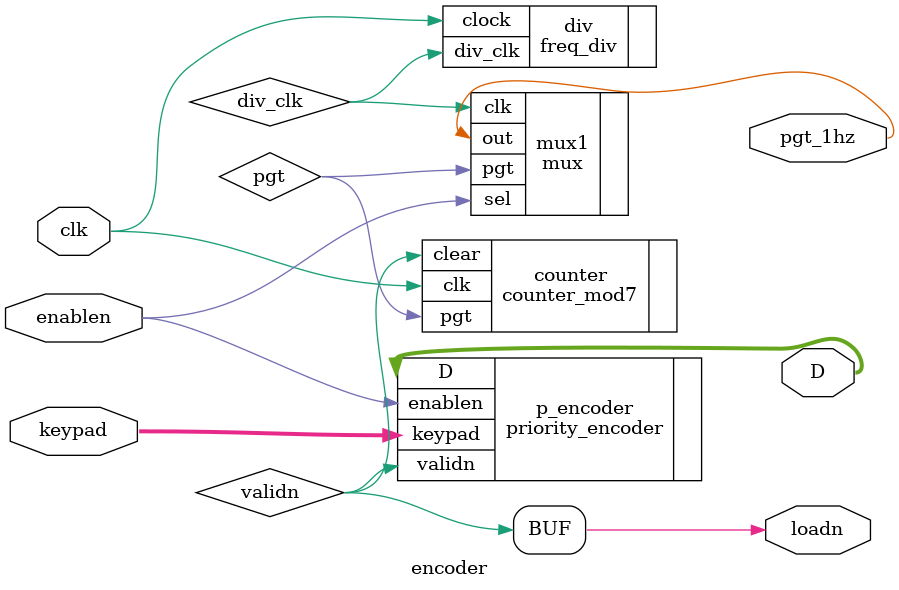
<source format=v>
module encoder(
    input [9:0] keypad,
    input clk, enablen,

    output wire [3:0] D,
    output wire pgt_1hz, loadn
);

    wire validn, div_clk, pgt;

    priority_encoder p_encoder (.keypad(keypad), .enablen(enablen), .D(D), .validn(validn));

    freq_div div (.clock(clk), .div_clk(div_clk));

    counter_mod7 counter (.clk(clk), .clear(validn), .pgt(pgt));

    mux mux1 (.sel(enablen), .pgt(pgt), .clk(div_clk), .out(pgt_1hz));

    assign loadn = validn;

endmodule
</source>
